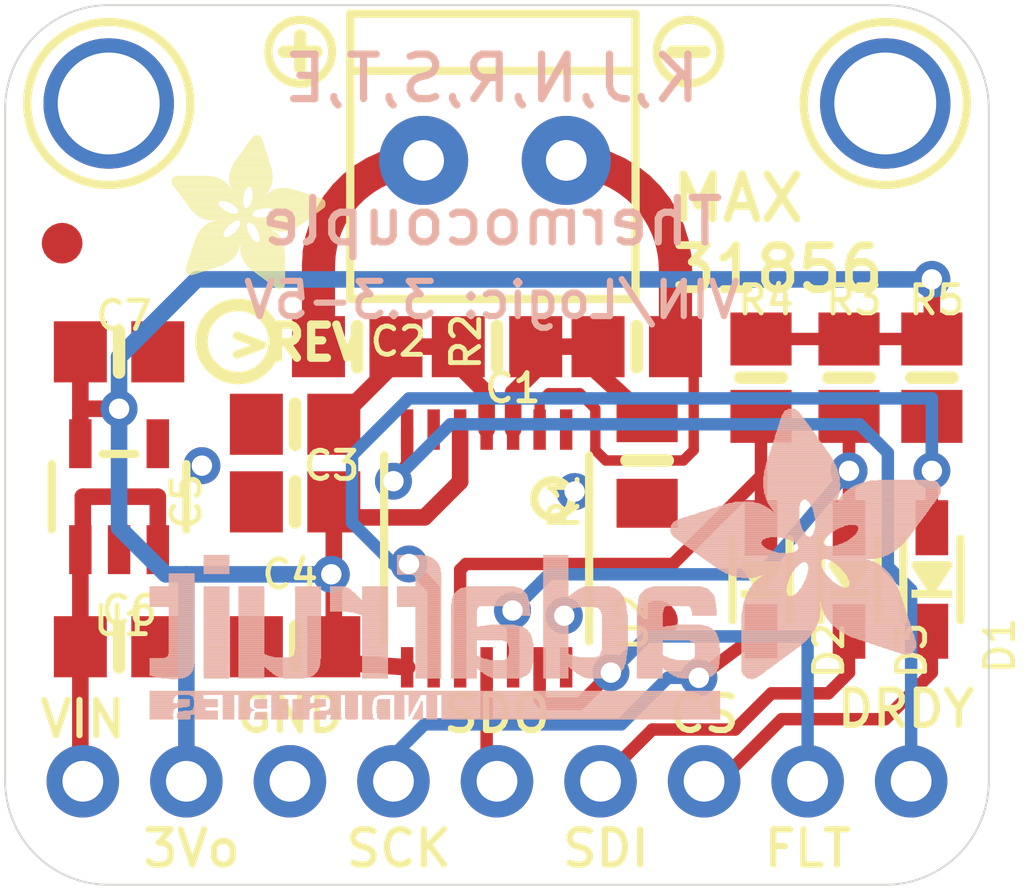
<source format=kicad_pcb>
(kicad_pcb (version 20211014) (generator pcbnew)
  (layers (0 "F.Cu" signal) (31 "B.Cu" signal) (34 "B.Paste" user) (35 "F.Paste" user) (36 "B.SilkS" user "B.Silkscreen") (37 "F.SilkS" user "F.Silkscreen") (38 "B.Mask" user) (39 "F.Mask" user) (44 "Edge.Cuts" user))
  (net 0 "")
  (net 1 "THERM+")
  (net 2 "THERM-")
  (net 3 "T-")
  (net 4 "T+")
  (net 5 "GND")
  (net 6 "3.3V")
  (net 7 "~{CS_3V}")
  (net 8 "SCK_3V")
  (net 9 "SDO_3V")
  (net 10 "DRDY")
  (net 11 "VIN")
  (net 12 "SCK")
  (net 13 "SDO")
  (net 14 "SDI")
  (net 15 "~{CS}")
  (net 16 "~{FAULT}")
  (footprint "boardEagle:0805-NO" (layer "F.Cu") (at 139.2301 102.7176)
    (fp_text reference "C7" (at -0.635 -0.889) (layer "F.SilkS") (effects (font (size 0.692831 0.692831) (thickness 0.119969)) (justify left)))
    (fp_text value "10uF")
    (pad "1" smd rect (at -0.95 0) (size 1.3 1.5) (layers "F.Cu" "F.Paste" "F.Mask") (net 6 "3.3V"))
    (pad "2" smd rect (at 0.95 0) (size 1.3 1.5) (layers "F.Cu" "F.Paste" "F.Mask") (net 5 "GND"))
  )
  (footprint "boardEagle:1X09_ROUND_70" (layer "F.Cu") (at 148.5011 113.2586 180)
    (fp_text reference "JP1" hide)
    (fp_text value "")
    (pad "1" thru_hole circle (at -10.16 0 270) (size 1.778 1.778) (drill 1) (layers *.Cu *.Mask) (net 10 "DRDY"))
    (pad "2" thru_hole circle (at -7.62 0 270) (size 1.778 1.778) (drill 1) (layers *.Cu *.Mask) (net 16 "~{FAULT}"))
    (pad "3" thru_hole circle (at -5.08 0 270) (size 1.778 1.778) (drill 1) (layers *.Cu *.Mask) (net 15 "~{CS}"))
    (pad "4" thru_hole circle (at -2.54 0 270) (size 1.778 1.778) (drill 1) (layers *.Cu *.Mask) (net 14 "SDI"))
    (pad "5" thru_hole circle (at 0 0 270) (size 1.778 1.778) (drill 1) (layers *.Cu *.Mask) (net 13 "SDO"))
    (pad "6" thru_hole circle (at 2.54 0 270) (size 1.778 1.778) (drill 1) (layers *.Cu *.Mask) (net 12 "SCK"))
    (pad "7" thru_hole circle (at 5.08 0 270) (size 1.778 1.778) (drill 1) (layers *.Cu *.Mask) (net 5 "GND"))
    (pad "8" thru_hole circle (at 7.62 0 270) (size 1.778 1.778) (drill 1) (layers *.Cu *.Mask) (net 6 "3.3V"))
    (pad "9" thru_hole circle (at 10.16 0 270) (size 1.778 1.778) (drill 1) (layers *.Cu *.Mask) (net 11 "VIN"))
  )
  (footprint "boardEagle:ADAFRUIT_3.5MM" (layer "F.Cu") (at 140.5001 101.1936)
    (fp_text reference "U$25" hide)
    (fp_text value "" hide)
  )
  (footprint "boardEagle:0805-NO" (layer "F.Cu") (at 145.0721 102.5906)
    (fp_text reference "R2" (at 2.667 0.635 90) (layer "F.SilkS") (effects (font (size 0.692831 0.692831) (thickness 0.119969)) (justify left)))
    (fp_text value "100")
    (pad "1" smd rect (at -0.95 0) (size 1.3 1.5) (layers "F.Cu" "F.Paste" "F.Mask") (net 1 "THERM+"))
    (pad "2" smd rect (at 0.95 0) (size 1.3 1.5) (layers "F.Cu" "F.Paste" "F.Mask") (net 4 "T+"))
  )
  (footprint "boardEagle:0805-NO" (layer "F.Cu") (at 157.1371 103.3526 90)
    (fp_text reference "R3" (at 1.905 -0.635) (layer "F.SilkS") (effects (font (size 0.692831 0.692831) (thickness 0.119969)) (justify left)))
    (fp_text value "10K")
    (pad "1" smd rect (at -0.95 0 90) (size 1.3 1.5) (layers "F.Cu" "F.Paste" "F.Mask") (net 9 "SDO_3V"))
    (pad "2" smd rect (at 0.95 0 90) (size 1.3 1.5) (layers "F.Cu" "F.Paste" "F.Mask") (net 6 "3.3V"))
  )
  (footprint "boardEagle:MOUNTINGHOLE_2.5_PLATED" (layer "F.Cu") (at 158.0261 96.6216)
    (fp_text reference "U$14" hide)
    (fp_text value "MOUNTINGHOLE2.5" hide)
    (pad "P$1" thru_hole circle (at 0 0) (size 3.2 3.2) (drill 2.5) (layers *.Cu *.Mask))
  )
  (footprint "boardEagle:0805-NO" (layer "F.Cu") (at 143.5481 109.9566 180)
    (fp_text reference "C4" (at -0.635 1.778) (layer "F.SilkS") (effects (font (size 0.692831 0.692831) (thickness 0.119969)) (justify right)))
    (fp_text value "0.1uF")
    (pad "1" smd rect (at -0.95 0 180) (size 1.3 1.5) (layers "F.Cu" "F.Paste" "F.Mask") (net 6 "3.3V"))
    (pad "2" smd rect (at 0.95 0 180) (size 1.3 1.5) (layers "F.Cu" "F.Paste" "F.Mask") (net 5 "GND"))
  )
  (footprint "boardEagle:TERMBLOCK_1X2-3.5MM" (layer "F.Cu") (at 148.5011 98.0186 180)
    (fp_text reference "X1" hide)
    (fp_text value "3.5mm term")
    (pad "1" thru_hole circle (at 1.8 0 180) (size 2.1844 2.1844) (drill 1) (layers *.Cu *.Mask) (net 1 "THERM+"))
    (pad "2" thru_hole circle (at -1.7 0 180) (size 2.1844 2.1844) (drill 1) (layers *.Cu *.Mask) (net 2 "THERM-"))
  )
  (footprint "boardEagle:SYMBOL_PLUS" (layer "F.Cu") (at 143.6751 95.3516)
    (fp_text reference "U$23" hide)
    (fp_text value "" hide)
  )
  (footprint "boardEagle:0805-NO" (layer "F.Cu") (at 159.1691 103.3526 90)
    (fp_text reference "R5" (at 1.905 -0.635) (layer "F.SilkS") (effects (font (size 0.692831 0.692831) (thickness 0.119969)) (justify left)))
    (fp_text value "10K")
    (pad "1" smd rect (at -0.95 0 90) (size 1.3 1.5) (layers "F.Cu" "F.Paste" "F.Mask") (net 7 "~{CS_3V}"))
    (pad "2" smd rect (at 0.95 0 90) (size 1.3 1.5) (layers "F.Cu" "F.Paste" "F.Mask") (net 6 "3.3V"))
  )
  (footprint "boardEagle:MOUNTINGHOLE_2.5_PLATED" (layer "F.Cu") (at 138.9761 96.6216)
    (fp_text reference "U$13" hide)
    (fp_text value "MOUNTINGHOLE2.5" hide)
    (pad "P$1" thru_hole circle (at 0 0) (size 3.2 3.2) (drill 2.5) (layers *.Cu *.Mask))
  )
  (footprint "boardEagle:SOD-323" (layer "F.Cu") (at 154.9781 108.3056 90)
    (fp_text reference "D2" (at -2.497 1.667 90) (layer "F.SilkS") (effects (font (size 0.692831 0.692831) (thickness 0.119969)) (justify left)))
    (fp_text value "1N4148")
    (pad "A" smd rect (at 1.27 0 90) (size 1.35 0.8) (layers "F.Cu" "F.Paste" "F.Mask") (net 8 "SCK_3V"))
    (pad "C" smd rect (at -1.27 0 90) (size 1.35 0.8) (layers "F.Cu" "F.Paste" "F.Mask") (net 12 "SCK"))
  )
  (footprint "boardEagle:0805-NO" (layer "F.Cu") (at 143.5481 106.4006 180)
    (fp_text reference "C5" (at 2.667 0.762 90) (layer "F.SilkS") (effects (font (size 0.692831 0.692831) (thickness 0.119969)) (justify right)))
    (fp_text value "0.1uF")
    (pad "1" smd rect (at -0.95 0 180) (size 1.3 1.5) (layers "F.Cu" "F.Paste" "F.Mask") (net 6 "3.3V"))
    (pad "2" smd rect (at 0.95 0 180) (size 1.3 1.5) (layers "F.Cu" "F.Paste" "F.Mask") (net 5 "GND"))
  )
  (footprint "boardEagle:TSSOP14" (layer "F.Cu") (at 148.2471 107.5436 180)
    (fp_text reference "U2" (at -3.5814 -2.5908 90) (layer "F.SilkS") (effects (font (size 0.692831 0.692831) (thickness 0.119969)) (justify left)))
    (fp_text value "MAX31856")
    (pad "1" smd rect (at -1.95 2.9178 180) (size 0.3048 0.9906) (layers "F.Cu" "F.Paste" "F.Mask") (net 5 "GND"))
    (pad "2" smd rect (at -1.3 2.9178 180) (size 0.3048 0.9906) (layers "F.Cu" "F.Paste" "F.Mask") (net 2 "THERM-"))
    (pad "3" smd rect (at -0.65 2.9178 180) (size 0.3048 0.9906) (layers "F.Cu" "F.Paste" "F.Mask") (net 3 "T-"))
    (pad "4" smd rect (at 0 2.9178 180) (size 0.3048 0.9906) (layers "F.Cu" "F.Paste" "F.Mask") (net 4 "T+"))
    (pad "5" smd rect (at 0.65 2.9178 180) (size 0.3048 0.9906) (layers "F.Cu" "F.Paste" "F.Mask") (net 6 "3.3V"))
    (pad "6" smd rect (at 1.3 2.9178 180) (size 0.3048 0.9906) (layers "F.Cu" "F.Paste" "F.Mask"))
    (pad "7" smd rect (at 1.95 2.9178 180) (size 0.3048 0.9906) (layers "F.Cu" "F.Paste" "F.Mask") (net 10 "DRDY"))
    (pad "8" smd rect (at 1.95 -2.9178 180) (size 0.3048 0.9906) (layers "F.Cu" "F.Paste" "F.Mask") (net 6 "3.3V"))
    (pad "9" smd rect (at 1.3 -2.9178 180) (size 0.3048 0.9906) (layers "F.Cu" "F.Paste" "F.Mask") (net 7 "~{CS_3V}"))
    (pad "10" smd rect (at 0.65 -2.9178 180) (size 0.3048 0.9906) (layers "F.Cu" "F.Paste" "F.Mask") (net 8 "SCK_3V"))
    (pad "11" smd rect (at 0 -2.9178 180) (size 0.3048 0.9906) (layers "F.Cu" "F.Paste" "F.Mask") (net 13 "SDO"))
    (pad "12" smd rect (at -0.65 -2.9178 180) (size 0.3048 0.9906) (layers "F.Cu" "F.Paste" "F.Mask") (net 9 "SDO_3V"))
    (pad "13" smd rect (at -1.3 -2.9178 180) (size 0.3048 0.9906) (layers "F.Cu" "F.Paste" "F.Mask") (net 16 "~{FAULT}"))
    (pad "14" smd rect (at -1.95 -2.9178 180) (size 0.3048 0.9906) (layers "F.Cu" "F.Paste" "F.Mask") (net 5 "GND"))
  )
  (footprint "boardEagle:0805-NO" (layer "F.Cu") (at 139.2301 109.9566)
    (fp_text reference "C6" (at -0.508 -0.889) (layer "F.SilkS") (effects (font (size 0.692831 0.692831) (thickness 0.119969)) (justify left)))
    (fp_text value "10uF")
    (pad "1" smd rect (at -0.95 0) (size 1.3 1.5) (layers "F.Cu" "F.Paste" "F.Mask") (net 11 "VIN"))
    (pad "2" smd rect (at 0.95 0) (size 1.3 1.5) (layers "F.Cu" "F.Paste" "F.Mask") (net 5 "GND"))
  )
  (footprint "boardEagle:0805-NO" (layer "F.Cu") (at 151.9301 102.5906 180)
    (fp_text reference "R1" (at 1.778 -3.048 90) (layer "F.SilkS") (effects (font (size 0.692831 0.692831) (thickness 0.119969)) (justify right)))
    (fp_text value "100")
    (pad "1" smd rect (at -0.95 0 180) (size 1.3 1.5) (layers "F.Cu" "F.Paste" "F.Mask") (net 2 "THERM-"))
    (pad "2" smd rect (at 0.95 0 180) (size 1.3 1.5) (layers "F.Cu" "F.Paste" "F.Mask") (net 3 "T-"))
  )
  (footprint "boardEagle:SOT23-5" (layer "F.Cu") (at 139.2301 106.2736)
    (fp_text reference "U1" (at -0.689 3.048) (layer "F.SilkS") (effects (font (size 0.692831 0.692831) (thickness 0.119969)) (justify left)))
    (fp_text value "mic5225-3.3")
    (pad "1" smd rect (at -0.95 1.3001) (size 0.55 1.2) (layers "F.Cu" "F.Paste" "F.Mask") (net 11 "VIN"))
    (pad "2" smd rect (at 0 1.3001) (size 0.55 1.2) (layers "F.Cu" "F.Paste" "F.Mask") (net 5 "GND"))
    (pad "3" smd rect (at 0.95 1.3001) (size 0.55 1.2) (layers "F.Cu" "F.Paste" "F.Mask") (net 11 "VIN"))
    (pad "4" smd rect (at 0.95 -1.3001) (size 0.55 1.2) (layers "F.Cu" "F.Paste" "F.Mask"))
    (pad "5" smd rect (at -0.95 -1.3001) (size 0.55 1.2) (layers "F.Cu" "F.Paste" "F.Mask") (net 6 "3.3V"))
  )
  (footprint "boardEagle:0805-NO" (layer "F.Cu") (at 148.5011 102.5906 180)
    (fp_text reference "C2" (at 3.175 0.127) (layer "F.SilkS") (effects (font (size 0.692831 0.692831) (thickness 0.119969)) (justify left)))
    (fp_text value "0.1uF")
    (pad "1" smd rect (at -0.95 0 180) (size 1.3 1.5) (layers "F.Cu" "F.Paste" "F.Mask") (net 3 "T-"))
    (pad "2" smd rect (at 0.95 0 180) (size 1.3 1.5) (layers "F.Cu" "F.Paste" "F.Mask") (net 4 "T+"))
  )
  (footprint "boardEagle:FIDUCIAL_1MM" (layer "F.Cu") (at 152.4381 109.3216)
    (fp_text reference "FID1" hide)
    (fp_text value "FIDUCIAL\"\"" hide)
    (pad "1" smd roundrect (at 0 0) (size 1 1) (layers "F.Cu" "F.Mask") (roundrect_rratio 0.5))
  )
  (footprint "boardEagle:0805_10MGAP" (layer "F.Cu") (at 152.1841 105.3846 90)
    (fp_text reference "C1" (at 1.778 -2.54) (layer "F.SilkS") (effects (font (size 0.692831 0.692831) (thickness 0.119969)) (justify right)))
    (fp_text value "0.01uF")
    (pad "1" smd rect (at -1.05 0 90) (size 1.2 1.5) (layers "F.Cu" "F.Paste" "F.Mask") (net 5 "GND"))
    (pad "2" smd rect (at 1.05 0 90) (size 1.2 1.5) (layers "F.Cu" "F.Paste" "F.Mask") (net 3 "T-"))
  )
  (footprint "boardEagle:PCBFEAT-REV-040" (layer "F.Cu") (at 142.1511 102.4636)
    (fp_text reference "U$1" hide)
    (fp_text value "" hide)
    (fp_text user ">REV" (at -0.3556 0.508) (layer "F.SilkS") (effects (font (size 0.8128 0.8128) (thickness 0.2032)) (justify left bottom)))
  )
  (footprint "boardEagle:0805-NO" (layer "F.Cu") (at 154.9781 103.3526 90)
    (fp_text reference "R4" (at 1.905 -0.635) (layer "F.SilkS") (effects (font (size 0.692831 0.692831) (thickness 0.119969)) (justify left)))
    (fp_text value "10K")
    (pad "1" smd rect (at -0.95 0 90) (size 1.3 1.5) (layers "F.Cu" "F.Paste" "F.Mask") (net 8 "SCK_3V"))
    (pad "2" smd rect (at 0.95 0 90) (size 1.3 1.5) (layers "F.Cu" "F.Paste" "F.Mask") (net 6 "3.3V"))
  )
  (footprint "boardEagle:SOD-323" (layer "F.Cu") (at 159.1691 108.3056 90)
    (fp_text reference "D1" (at -2.37 1.667 90) (layer "F.SilkS") (effects (font (size 0.692831 0.692831) (thickness 0.119969)) (justify left)))
    (fp_text value "1N4148")
    (pad "A" smd rect (at 1.27 0 90) (size 1.35 0.8) (layers "F.Cu" "F.Paste" "F.Mask") (net 7 "~{CS_3V}"))
    (pad "C" smd rect (at -1.27 0 90) (size 1.35 0.8) (layers "F.Cu" "F.Paste" "F.Mask") (net 15 "~{CS}"))
  )
  (footprint "boardEagle:SOD-323" (layer "F.Cu") (at 157.1371 108.3056 90)
    (fp_text reference "D3" (at -2.497 1.54 90) (layer "F.SilkS") (effects (font (size 0.692831 0.692831) (thickness 0.119969)) (justify left)))
    (fp_text value "1N4148")
    (pad "A" smd rect (at 1.27 0 90) (size 1.35 0.8) (layers "F.Cu" "F.Paste" "F.Mask") (net 9 "SDO_3V"))
    (pad "C" smd rect (at -1.27 0 90) (size 1.35 0.8) (layers "F.Cu" "F.Paste" "F.Mask") (net 14 "SDI"))
  )
  (footprint "boardEagle:SYMBOL_MINUS" (layer "F.Cu") (at 153.2001 95.3516)
    (fp_text reference "U$24" hide)
    (fp_text value "" hide)
  )
  (footprint "boardEagle:0805-NO" (layer "F.Cu") (at 143.5481 104.4956 180)
    (fp_text reference "C3" (at -1.651 -1.016) (layer "F.SilkS") (effects (font (size 0.692831 0.692831) (thickness 0.119969)) (justify right)))
    (fp_text value "0.01uF")
    (pad "1" smd rect (at -0.95 0 180) (size 1.3 1.5) (layers "F.Cu" "F.Paste" "F.Mask") (net 4 "T+"))
    (pad "2" smd rect (at 0.95 0 180) (size 1.3 1.5) (layers "F.Cu" "F.Paste" "F.Mask") (net 5 "GND"))
  )
  (footprint "boardEagle:FIDUCIAL_1MM" (layer "F.Cu") (at 137.8331 100.0506)
    (fp_text reference "FID2" hide)
    (fp_text value "FIDUCIAL\"\"" hide)
    (pad "1" smd roundrect (at 0 0) (size 1 1) (layers "F.Cu" "F.Mask") (roundrect_rratio 0.5))
  )
  (footprint "boardEagle:ADAFRUIT_TEXT_20MM" (layer "B.Cu") (at 159.5501 111.7346 180)
    (fp_text reference "U$26" hide)
    (fp_text value "" hide)
  )
  (gr_line (start 136.4361 113.2586) (end 136.4361 96.7486) (layer "Edge.Cuts") (width 0.05))
  (gr_line (start 138.9761 94.2086) (end 158.0261 94.2086) (layer "Edge.Cuts") (width 0.05))
  (gr_line (start 158.0261 115.7986) (end 138.9761 115.7986) (layer "Edge.Cuts") (width 0.05))
  (gr_arc (start 138.9761 115.7986) (mid 137.180049 115.054651) (end 136.4361 113.2586) (layer "Edge.Cuts") (width 0.05))
  (gr_arc (start 136.4361 96.7486) (mid 137.180049 94.952549) (end 138.9761 94.2086) (layer "Edge.Cuts") (width 0.05))
  (gr_arc (start 158.0261 94.2086) (mid 159.822151 94.952549) (end 160.5661 96.7486) (layer "Edge.Cuts") (width 0.05))
  (gr_arc (start 160.5661 113.2586) (mid 159.822151 115.054651) (end 158.0261 115.7986) (layer "Edge.Cuts") (width 0.05))
  (gr_line (start 160.5661 96.7486) (end 160.5661 113.2586) (layer "Edge.Cuts") (width 0.05))
  (gr_text "VIN/Logic: 3.3-5V" (at 148.3741 101.4476) (layer "B.SilkS") (effects (font (size 0.8636 0.8636) (thickness 0.1524)) (justify mirror)))
  (gr_text "K,J,N,R,S,T,E\n\nThermocouple" (at 148.3741 97.7646) (layer "B.SilkS") (effects (font (size 1.0922 1.0922) (thickness 0.1778)) (justify mirror)))
  (gr_text "FLT" (at 156.1211 114.9096) (layer "F.SilkS") (effects (font (size 0.8636 0.8636) (thickness 0.1524))))
  (gr_text "SDI" (at 151.1681 114.9096) (layer "F.SilkS") (effects (font (size 0.8636 0.8636) (thickness 0.1524))))
  (gr_text "CS" (at 153.5811 111.6076) (layer "F.SilkS") (effects (font (size 0.8636 0.8636) (thickness 0.1524))))
  (gr_text "3Vo" (at 141.0081 114.9096) (layer "F.SilkS") (effects (font (size 0.8636 0.8636) (thickness 0.1524))))
  (gr_text "MAX\n31856" (at 152.6921 101.3206) (layer "F.SilkS") (effects (font (size 1.0795 1.0795) (thickness 0.1905)) (justify left bottom)))
  (gr_text "DRDY" (at 158.5341 111.4806) (layer "F.SilkS") (effects (font (size 0.8636 0.8636) (thickness 0.1524))))
  (gr_text "GND" (at 143.4211 111.6076) (layer "F.SilkS") (effects (font (size 0.8636 0.8636) (thickness 0.1524))))
  (gr_text "SCK" (at 146.0881 114.9096) (layer "F.SilkS") (effects (font (size 0.8636 0.8636) (thickness 0.1524))))
  (gr_text "SDO" (at 148.5011 111.6076) (layer "F.SilkS") (effects (font (size 0.8636 0.8636) (thickness 0.1524))))
  (gr_text "VIN" (at 138.3411 111.7346) (layer "F.SilkS") (effects (font (size 0.8636 0.8636) (thickness 0.1524))))
  (segment (start 144.1221 100.5976) (end 144.140904 100.286736) (width 0.8128) (layer "F.Cu") (net 1))
  (segment (start 145.236061 98.475125) (end 145.502579 98.314009) (width 0.8128) (layer "F.Cu") (net 1))
  (segment (start 144.197041 99.980405) (end 144.289693 99.683074) (width 0.8128) (layer "F.Cu") (net 1))
  (segment (start 144.417509 99.399079) (end 144.578625 99.132561) (width 0.8128) (layer "F.Cu") (net 1))
  (segment (start 144.289693 99.683074) (end 144.417509 99.399079) (width 0.8128) (layer "F.Cu") (net 1))
  (segment (start 144.1221 102.5906) (end 144.1221 100.5976) (width 0.8128) (layer "F.Cu") (net 1))
  (segment (start 144.1221 100.5976) (end 144.1221 100.5976) (width 0.8128) (layer "F.Cu") (net 1))
  (segment (start 144.770691 98.887407) (end 144.990907 98.667191) (width 0.8128) (layer "F.Cu") (net 1))
  (segment (start 144.140904 100.286736) (end 144.197041 99.980405) (width 0.8128) (layer "F.Cu") (net 1))
  (segment (start 145.786574 98.186193) (end 146.083905 98.093541) (width 0.8128) (layer "F.Cu") (net 1))
  (segment (start 145.502579 98.314009) (end 145.786574 98.186193) (width 0.8128) (layer "F.Cu") (net 1))
  (segment (start 146.083905 98.093541) (end 146.390236 98.037404) (width 0.8128) (layer "F.Cu") (net 1))
  (segment (start 144.990907 98.667191) (end 145.236061 98.475125) (width 0.8128) (layer "F.Cu") (net 1))
  (segment (start 144.578625 99.132561) (end 144.770691 98.887407) (width 0.8128) (layer "F.Cu") (net 1))
  (segment (start 146.390236 98.037404) (end 146.7011 98.0186) (width 0.8128) (layer "F.Cu") (net 1))
  (segment (start 151.722945 98.492826) (end 151.446093 98.325463) (width 0.8128) (layer "F.Cu") (net 2))
  (segment (start 152.20636 98.921094) (end 151.977606 98.69234) (width 0.8128) (layer "F.Cu") (net 2))
  (segment (start 149.7711 103.7336) (end 150.5331 103.7336) (width 0.254) (layer "F.Cu") (net 2))
  (segment (start 151.977606 98.69234) (end 151.722945 98.492826) (width 0.8128) (layer "F.Cu") (net 2))
  (segment (start 151.446093 98.325463) (end 151.151086 98.192691) (width 0.8128) (layer "F.Cu") (net 2))
  (segment (start 150.9141 104.1146) (end 150.9141 105.1306) (width 0.254) (layer "F.Cu") (net 2))
  (segment (start 152.706009 99.747614) (end 152.573237 99.452607) (width 0.8128) (layer "F.Cu") (net 2))
  (segment (start 151.151086 98.192691) (end 150.842227 98.096447) (width 0.8128) (layer "F.Cu") (net 2))
  (segment (start 153.3271 103.0376) (end 152.8801 102.5906) (width 0.254) (layer "F.Cu") (net 2))
  (segment (start 152.8801 102.5906) (end 152.8801 100.6976) (width 0.8128) (layer "F.Cu") (net 2))
  (segment (start 152.8801 100.6976) (end 152.8801 100.6976) (width 0.8128) (layer "F.Cu") (net 2))
  (segment (start 152.405874 99.175755) (end 152.20636 98.921094) (width 0.8128) (layer "F.Cu") (net 2))
  (segment (start 153.3271 105.1306) (end 153.3271 103.0376) (width 0.254) (layer "F.Cu") (net 2))
  (segment (start 152.573237 99.452607) (end 152.405874 99.175755) (width 0.8128) (layer "F.Cu") (net 2))
  (segment (start 149.5471 103.9576) (end 149.7711 103.7336) (width 0.254) (layer "F.Cu") (net 2))
  (segment (start 152.8801 100.6976) (end 152.860567 100.374682) (width 0.8128) (layer "F.Cu") (net 2))
  (segment (start 150.524018 98.038133) (end 150.2011 98.0186) (width 0.8128) (layer "F.Cu") (net 2))
  (segment (start 150.9141 105.1306) (end 151.1681 105.3846) (width 0.254) (layer "F.Cu") (net 2))
  (segment (start 152.860567 100.374682) (end 152.802253 100.056473) (width 0.8128) (layer "F.Cu") (net 2))
  (segment (start 151.1681 105.3846) (end 153.0731 105.3846) (width 0.254) (layer "F.Cu") (net 2))
  (segment (start 149.5471 104.6258) (end 149.5471 103.9576) (width 0.254) (layer "F.Cu") (net 2))
  (segment (start 150.842227 98.096447) (end 150.524018 98.038133) (width 0.8128) (layer "F.Cu") (net 2))
  (segment (start 153.0731 105.3846) (end 153.3271 105.1306) (width 0.254) (layer "F.Cu") (net 2))
  (segment (start 150.5331 103.7336) (end 150.9141 104.1146) (width 0.254) (layer "F.Cu") (net 2))
  (segment (start 152.802253 100.056473) (end 152.706009 99.747614) (width 0.8128) (layer "F.Cu") (net 2))
  (segment (start 149.3901 103.2256) (end 149.3901 102.7786) (width 0.4064) (layer "F.Cu") (net 3))
  (segment (start 149.4511 102.5906) (end 150.9801 102.5906) (width 0.4064) (layer "F.Cu") (net 3))
  (segment (start 150.9801 102.5906) (end 150.9801 103.2306) (width 0.4064) (layer "F.Cu") (net 3))
  (segment (start 149.3901 102.7786) (end 149.4511 102.5906) (width 0.4064) (layer "F.Cu") (net 3))
  (segment (start 148.8971 103.7186) (end 149.3901 103.2256) (width 0.4064) (layer "F.Cu") (net 3))
  (segment (start 150.9801 103.2306) (end 152.1841 104.3346) (width 0.4064) (layer "F.Cu") (net 3))
  (segment (start 148.8971 104.6258) (end 148.8971 103.7186) (width 0.4064) (layer "F.Cu") (net 3))
  (segment (start 148.2471 104.6258) (end 148.2471 103.7336) (width 0.4064) (layer "F.Cu") (net 4))
  (segment (start 146.0221 102.9716) (end 144.4981 104.4956) (width 0.4064) (layer "F.Cu") (net 4))
  (segment (start 147.5511 103.0376) (end 147.5511 102.5906) (width 0.4064) (layer "F.Cu") (net 4))
  (segment (start 148.2471 103.7336) (end 147.5511 103.0376) (width 0.4064) (layer "F.Cu") (net 4))
  (segment (start 146.0221 102.5906) (end 146.0221 102.9716) (width 0.4064) (layer "F.Cu") (net 4))
  (segment (start 147.5511 102.5906) (end 146.0221 102.5906) (width 0.4064) (layer "F.Cu") (net 4))
  (via (at 150.1521 109.1946) (size 0.9064) (drill 0.5) (layers "F.Cu" "B.Cu") (net 5))
  (via (at 141.2621 105.5116) (size 0.9064) (drill 0.5) (layers "F.Cu" "B.Cu") (net 5))
  (via (at 150.4061 106.1466) (size 0.9064) (drill 0.5) (layers "F.Cu" "B.Cu") (net 5))
  (segment (start 138.2801 104.1146) (end 139.2301 104.1146) (width 0.4064) (layer "F.Cu") (net 6))
  (segment (start 146.7231 106.7816) (end 147.5971 105.9076) (width 0.4064) (layer "F.Cu") (net 6))
  (segment (start 144.4981 106.4006) (end 144.8791 106.7816) (width 0.4064) (layer "F.Cu") (net 6))
  (segment (start 144.8791 106.7816) (end 146.7231 106.7816) (width 0.4064) (layer "F.Cu") (net 6))
  (segment (start 138.2801 104.1146) (end 138.2801 102.7176) (width 0.4064) (layer "F.Cu") (net 6))
  (segment (start 146.2971 110.4614) (end 144.4981 110.3344) (width 0.4064) (layer "F.Cu") (net 6))
  (segment (start 144.4981 106.4006) (end 144.4981 108.1786) (width 0.4064) (layer "F.Cu") (net 6))
  (segment (start 144.4371 108.1786) (end 144.4981 108.1786) (width 0.4064) (layer "F.Cu") (net 6))
  (segment (start 157.1371 102.4026) (end 159.1691 102.4026) (width 0.3048) (layer "F.Cu") (net 6))
  (segment (start 138.2801 104.9735) (end 138.2801 104.1146) (width 0.4064) (layer "F.Cu") (net 6))
  (segment (start 144.4981 110.3344) (end 144.4981 109.9566) (width 0.4064) (layer "F.Cu") (net 6))
  (segment (start 144.4981 108.1786) (end 144.4981 109.9566) (width 0.4064) (layer "F.Cu") (net 6))
  (segment (start 147.5971 105.9076) (end 147.5971 104.6258) (width 0.4064) (layer "F.Cu") (net 6))
  (segment (start 154.9781 102.4026) (end 157.1371 102.4026) (width 0.3048) (layer "F.Cu") (net 6))
  (segment (start 159.1691 102.4026) (end 159.1691 100.9396) (width 0.4064) (layer "F.Cu") (net 6))
  (via (at 144.4371 108.1786) (size 0.9064) (drill 0.5) (layers "F.Cu" "B.Cu") (net 6))
  (via (at 159.1691 100.9396) (size 0.9064) (drill 0.5) (layers "F.Cu" "B.Cu") (net 6))
  (via (at 139.2301 104.1146) (size 0.9064) (drill 0.5) (layers "F.Cu" "B.Cu") (net 6))
  (segment (start 140.3731 108.1786) (end 140.8811 108.1786) (width 0.4064) (layer "B.Cu") (net 6))
  (segment (start 139.2301 102.8446) (end 139.2301 104.1146) (width 0.4064) (layer "B.Cu") (net 6))
  (segment (start 140.8811 108.1786) (end 144.4371 108.1786) (width 0.4064) (layer "B.Cu") (net 6))
  (segment (start 139.2301 104.1146) (end 139.2301 107.0356) (width 0.4064) (layer "B.Cu") (net 6))
  (segment (start 141.1351 100.9396) (end 139.2301 102.8446) (width 0.4064) (layer "B.Cu") (net 6))
  (segment (start 139.2301 107.0356) (end 140.3731 108.1786) (width 0.4064) (layer "B.Cu") (net 6))
  (segment (start 159.1691 100.9396) (end 141.1351 100.9396) (width 0.4064) (layer "B.Cu") (net 6))
  (segment (start 140.8811 113.2586) (end 140.8811 108.1786) (width 0.4064) (layer "B.Cu") (net 6))
  (segment (start 146.9471 110.4614) (end 146.9471 108.5296) (width 0.3048) (layer "F.Cu") (net 7))
  (segment (start 159.1691 105.6386) (end 159.1691 107.0356) (width 0.3048) (layer "F.Cu") (net 7))
  (segment (start 146.9471 108.5296) (end 146.3421 107.9246) (width 0.3048) (layer "F.Cu") (net 7))
  (segment (start 159.1691 104.3026) (end 159.1691 105.6386) (width 0.3048) (layer "F.Cu") (net 7))
  (via (at 159.1691 105.6386) (size 0.9064) (drill 0.5) (layers "F.Cu" "B.Cu") (net 7))
  (via (at 146.3421 107.9246) (size 0.9064) (drill 0.5) (layers "F.Cu" "B.Cu") (net 7))
  (segment (start 144.9451 106.9086) (end 144.9451 105.2576) (width 0.3048) (layer "B.Cu") (net 7))
  (segment (start 146.3421 103.8606) (end 159.1691 103.8606) (width 0.3048) (layer "B.Cu") (net 7))
  (segment (start 144.9451 105.2576) (end 146.3421 103.8606) (width 0.3048) (layer "B.Cu") (net 7))
  (segment (start 146.3421 107.9246) (end 145.9611 107.9246) (width 0.3048) (layer "B.Cu") (net 7))
  (segment (start 145.9611 107.9246) (end 144.9451 106.9086) (width 0.3048) (layer "B.Cu") (net 7))
  (segment (start 159.1691 103.8606) (end 159.1691 105.6386) (width 0.3048) (layer "B.Cu") (net 7))
  (segment (start 152.8191 107.9246) (end 147.7391 107.9246) (width 0.3048) (layer "F.Cu") (net 8))
  (segment (start 154.9781 105.7656) (end 152.8191 107.9246) (width 0.3048) (layer "F.Cu") (net 8))
  (segment (start 154.9781 105.7656) (end 154.9781 104.3026) (width 0.3048) (layer "F.Cu") (net 8))
  (segment (start 154.9781 107.0356) (end 154.9781 105.7656) (width 0.3048) (layer "F.Cu") (net 8))
  (segment (start 147.5971 108.0666) (end 147.5971 110.4614) (width 0.3048) (layer "F.Cu") (net 8))
  (segment (start 147.7391 107.9246) (end 147.5971 108.0666) (width 0.3048) (layer "F.Cu") (net 8))
  (segment (start 157.1371 105.6386) (end 157.1371 107.0356) (width 0.3048) (layer "F.Cu") (net 9))
  (segment (start 148.8971 110.4614) (end 148.8971 109.0826) (width 0.3048) (layer "F.Cu") (net 9))
  (segment (start 157.1371 104.3026) (end 157.1371 105.6386) (width 0.3048) (layer "F.Cu") (net 9))
  (segment (start 148.8971 109.0826) (end 148.8821 109.0676) (width 0.3048) (layer "F.Cu") (net 9))
  (segment (start 157.1371 104.3026) (end 157.1371 105.1306) (width 0.3048) (layer "F.Cu") (net 9))
  (via (at 148.8821 109.0676) (size 0.9064) (drill 0.5) (layers "F.Cu" "B.Cu") (net 9))
  (via (at 157.1371 105.6386) (size 0.9064) (drill 0.5) (layers "F.Cu" "B.Cu") (net 9))
  (segment (start 149.7711 108.1786) (end 154.9781 108.1786) (width 0.3048) (layer "B.Cu") (net 9))
  (segment (start 148.8821 109.0676) (end 149.7711 108.1786) (width 0.3048) (layer "B.Cu") (net 9))
  (segment (start 154.9781 108.1786) (end 157.1371 105.6386) (width 0.3048) (layer "B.Cu") (net 9))
  (segment (start 146.2971 105.4666) (end 146.2971 104.6258) (width 0.3048) (layer "F.Cu") (net 10))
  (segment (start 145.9611 105.8926) (end 146.2971 105.4666) (width 0.3048) (layer "F.Cu") (net 10))
  (via (at 145.9611 105.8926) (size 0.9064) (drill 0.5) (layers "F.Cu" "B.Cu") (net 10))
  (segment (start 147.3581 104.4956) (end 145.9611 105.8926) (width 0.3048) (layer "B.Cu") (net 10))
  (segment (start 158.6611 113.2586) (end 158.6611 108.5596) (width 0.3048) (layer "B.Cu") (net 10))
  (segment (start 158.6611 108.5596) (end 158.0896 107.9881) (width 0.3048) (layer "B.Cu") (net 10))
  (segment (start 157.3911 104.4956) (end 158.0896 105.1941) (width 0.3048) (layer "B.Cu") (net 10))
  (segment (start 147.3581 104.4956) (end 157.3911 104.4956) (width 0.3048) (layer "B.Cu") (net 10))
  (segment (start 158.0896 105.1941) (end 158.0896 107.9881) (width 0.3048) (layer "B.Cu") (net 10))
  (segment (start 138.3411 113.2586) (end 138.2801 113.1976) (width 0.4064) (layer "F.Cu") (net 11))
  (segment (start 140.1801 106.2736) (end 138.3411 106.2736) (width 0.4064) (layer "F.Cu") (net 11))
  (segment (start 138.2801 109.9566) (end 138.2801 107.5737) (width 0.4064) (layer "F.Cu") (net 11))
  (segment (start 138.3411 107.5737) (end 138.2801 107.5737) (width 0.4064) (layer "F.Cu") (net 11))
  (segment (start 138.3411 106.2736) (end 138.3411 107.5737) (width 0.4064) (layer "F.Cu") (net 11))
  (segment (start 140.1801 107.5737) (end 140.1801 106.2736) (width 0.4064) (layer "F.Cu") (net 11))
  (segment (start 138.2801 113.1976) (end 138.2801 109.9566) (width 0.4064) (layer "F.Cu") (net 11))
  (segment (start 154.9781 109.5756) (end 153.4541 110.7186) (width 0.3048) (layer "F.Cu") (net 12))
  (via (at 153.4541 110.7186) (size 0.9064) (drill 0.5) (layers "F.Cu" "B.Cu") (net 12))
  (segment (start 151.5491 111.8616) (end 151.2951 111.8616) (width 0.3048) (layer "B.Cu") (net 12))
  (segment (start 145.9611 112.6236) (end 145.9611 113.2586) (width 0.3048) (layer "B.Cu") (net 12))
  (segment (start 146.7231 111.8616) (end 145.9611 112.6236) (width 0.3048) (layer "B.Cu") (net 12))
  (segment (start 151.2951 111.8616) (end 146.7231 111.8616) (width 0.3048) (layer "B.Cu") (net 12))
  (segment (start 152.6921 110.7186) (end 151.5491 111.8616) (width 0.3048) (layer "B.Cu") (net 12))
  (segment (start 153.4541 110.7186) (end 152.6921 110.7186) (width 0.3048) (layer "B.Cu") (net 12))
  (segment (start 148.2471 110.4614) (end 148.2471 113.0046) (width 0.3048) (layer "F.Cu") (net 13))
  (segment (start 148.2471 113.0046) (end 148.5011 113.2586) (width 0.3048) (layer "F.Cu") (net 13))
  (segment (start 155.2321 111.0996) (end 154.3431 111.9886) (width 0.3048) (layer "F.Cu") (net 14))
  (segment (start 152.3111 111.9886) (end 151.0411 113.2586) (width 0.3048) (layer "F.Cu") (net 14))
  (segment (start 156.6291 111.0996) (end 155.2321 111.0996) (width 0.3048) (layer "F.Cu") (net 14))
  (segment (start 157.1371 109.5756) (end 157.1371 110.5916) (width 0.3048) (layer "F.Cu") (net 14))
  (segment (start 157.1371 110.5916) (end 156.6291 111.0996) (width 0.3048) (layer "F.Cu") (net 14))
  (segment (start 154.3431 111.9886) (end 152.3111 111.9886) (width 0.3048) (layer "F.Cu") (net 14))
  (segment (start 159.1691 110.5916) (end 158.0261 111.7346) (width 0.3048) (layer "F.Cu") (net 15))
  (segment (start 159.1691 109.5756) (end 159.1691 110.5916) (width 0.3048) (layer "F.Cu") (net 15))
  (segment (start 158.0261 111.7346) (end 155.4861 111.7346) (width 0.3048) (layer "F.Cu") (net 15))
  (segment (start 153.9621 113.2586) (end 153.5811 113.2586) (width 0.3048) (layer "F.Cu") (net 15))
  (segment (start 155.4861 111.7346) (end 153.9621 113.2586) (width 0.3048) (layer "F.Cu") (net 15))
  (segment (start 149.5471 110.4614) (end 149.5471 111.2566) (width 0.3048) (layer "F.Cu") (net 16))
  (segment (start 149.5471 111.2566) (end 149.6441 111.3536) (width 0.3048) (layer "F.Cu") (net 16))
  (segment (start 150.9141 110.9726) (end 151.2951 110.5916) (width 0.3048) (layer "F.Cu") (net 16))
  (segment (start 149.6441 111.3536) (end 150.5331 111.3536) (width 0.3048) (layer "F.Cu") (net 16))
  (segment (start 150.5331 111.3536) (end 151.2951 110.5916) (width 0.3048) (layer "F.Cu") (net 16))
  (via (at 151.2951 110.5916) (size 0.9064) (drill 0.5) (layers "F.Cu" "B.Cu") (net 16))
  (segment (start 156.1211 109.7026) (end 156.1211 113.2586) (width 0.3048) (layer "B.Cu") (net 16))
  (segment (start 151.2951 110.5916) (end 152.1841 109.7026) (width 0.3048) (layer "B.Cu") (net 16))
  (segment (start 152.1841 109.7026) (end 156.1211 109.7026) (width 0.3048) (layer "B.Cu") (net 16))
)
</source>
